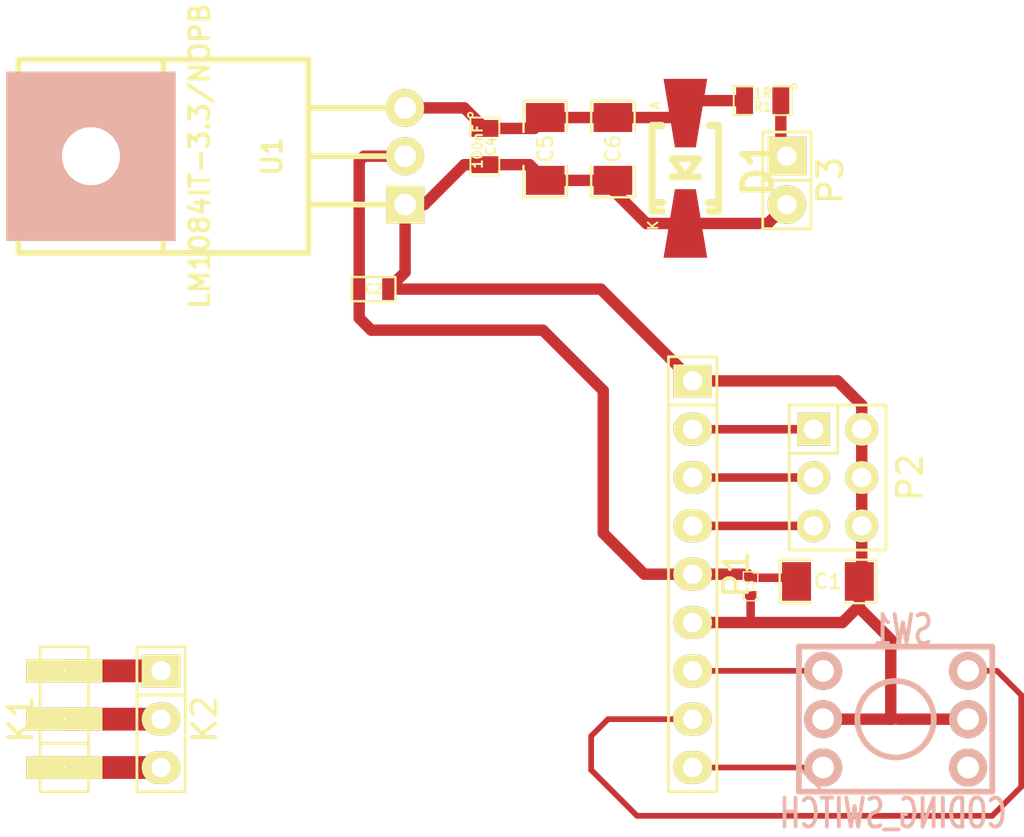
<source format=kicad_pcb>
(kicad_pcb (version 3) (host pcbnew "(2014-03-29 BZR 4777)-product")

  (general
    (links 35)
    (no_connects 1)
    (area 169.915115 50.946352 224.432001 140.9954)
    (thickness 1.6)
    (drawings 0)
    (tracks 76)
    (zones 0)
    (modules 15)
    (nets 15)
  )

  (page A4)
  (layers
    (15 F.Cu signal)
    (0 B.Cu signal)
    (16 B.Adhes user)
    (17 F.Adhes user)
    (18 B.Paste user)
    (19 F.Paste user)
    (20 B.SilkS user)
    (21 F.SilkS user)
    (22 B.Mask user)
    (23 F.Mask user)
    (24 Dwgs.User user)
    (25 Cmts.User user)
    (26 Eco1.User user)
    (27 Eco2.User user)
    (28 Edge.Cuts user)
  )

  (setup
    (last_trace_width 0.254)
    (user_trace_width 0.3)
    (user_trace_width 0.45)
    (user_trace_width 0.6)
    (user_trace_width 1.2)
    (trace_clearance 0.254)
    (zone_clearance 0)
    (zone_45_only no)
    (trace_min 0.254)
    (segment_width 0.2)
    (edge_width 0.15)
    (via_size 0.889)
    (via_drill 0.635)
    (via_min_size 0.889)
    (via_min_drill 0.508)
    (uvia_size 0.508)
    (uvia_drill 0.127)
    (uvias_allowed no)
    (uvia_min_size 0.508)
    (uvia_min_drill 0.127)
    (pcb_text_width 0.3)
    (pcb_text_size 1 1)
    (mod_edge_width 0.15)
    (mod_text_size 1 1)
    (mod_text_width 0.15)
    (pad_size 1.2 4)
    (pad_drill 0.1)
    (pad_to_mask_clearance 0)
    (aux_axis_origin 0 0)
    (visible_elements FFFFFF7F)
    (pcbplotparams
      (layerselection 32768)
      (usegerberextensions false)
      (excludeedgelayer true)
      (linewidth 0.100000)
      (plotframeref false)
      (viasonmask false)
      (mode 1)
      (useauxorigin false)
      (hpglpennumber 1)
      (hpglpenspeed 20)
      (hpglpendiameter 15)
      (hpglpenoverlay 2)
      (psnegative false)
      (psa4output false)
      (plotreference true)
      (plotvalue true)
      (plotothertext true)
      (plotinvisibletext false)
      (padsonsilk false)
      (subtractmaskfromsilk false)
      (outputformat 2)
      (mirror true)
      (drillshape 1)
      (scaleselection 1)
      (outputdirectory ""))
  )

  (net 0 "")
  (net 1 VCC)
  (net 2 GND)
  (net 3 "Net-(C4-Pad1)")
  (net 4 "Net-(K1-Pad1)")
  (net 5 "Net-(K1-Pad2)")
  (net 6 "Net-(K1-Pad3)")
  (net 7 "Net-(P1-Pad2)")
  (net 8 "Net-(P1-Pad3)")
  (net 9 "Net-(P1-Pad4)")
  (net 10 "Net-(P1-Pad7)")
  (net 11 "Net-(P1-Pad8)")
  (net 12 "Net-(P1-Pad9)")
  (net 13 "Net-(P3-Pad1)")
  (net 14 "Net-(SW1-Pad5)")

  (net_class Default "Dies ist die voreingestellte Netzklasse."
    (clearance 0.254)
    (trace_width 0.254)
    (via_dia 0.889)
    (via_drill 0.635)
    (uvia_dia 0.508)
    (uvia_drill 0.127)
    (add_net GND)
    (add_net "Net-(C4-Pad1)")
    (add_net "Net-(K1-Pad1)")
    (add_net "Net-(K1-Pad2)")
    (add_net "Net-(K1-Pad3)")
    (add_net "Net-(P1-Pad2)")
    (add_net "Net-(P1-Pad3)")
    (add_net "Net-(P1-Pad4)")
    (add_net "Net-(P1-Pad7)")
    (add_net "Net-(P1-Pad8)")
    (add_net "Net-(P1-Pad9)")
    (add_net "Net-(P3-Pad1)")
    (add_net "Net-(SW1-Pad5)")
    (add_net VCC)
  )

  (module SMD_Packages:SMD-1206 (layer F.Cu) (tedit 542DBF83) (tstamp 542DBFDC)
    (at 214.122 127.381)
    (path /542DB8D0)
    (attr smd)
    (fp_text reference C1 (at 0 0) (layer F.SilkS)
      (effects (font (size 0.762 0.762) (thickness 0.127)))
    )
    (fp_text value 100uF (at 0 0) (layer F.SilkS) hide
      (effects (font (size 0.762 0.762) (thickness 0.127)))
    )
    (fp_line (start -2.54 -1.143) (end -2.54 1.143) (layer F.SilkS) (width 0.127))
    (fp_line (start -2.54 1.143) (end -0.889 1.143) (layer F.SilkS) (width 0.127))
    (fp_line (start 0.889 -1.143) (end 2.54 -1.143) (layer F.SilkS) (width 0.127))
    (fp_line (start 2.54 -1.143) (end 2.54 1.143) (layer F.SilkS) (width 0.127))
    (fp_line (start 2.54 1.143) (end 0.889 1.143) (layer F.SilkS) (width 0.127))
    (fp_line (start -0.889 -1.143) (end -2.54 -1.143) (layer F.SilkS) (width 0.127))
    (pad 1 smd rect (at -1.651 0) (size 1.524 2.032) (layers F.Cu F.Paste F.Mask)
      (net 1 VCC))
    (pad 2 smd rect (at 1.651 0) (size 1.524 2.032) (layers F.Cu F.Paste F.Mask)
      (net 2 GND))
    (model smd/chip_cms.wrl
      (at (xyz 0 0 0))
      (scale (xyz 0.17 0.16 0.16))
      (rotate (xyz 0 0 0))
    )
  )

  (module SMD_Packages:SMD-0603 (layer F.Cu) (tedit 542DBF83) (tstamp 542DBFE6)
    (at 190.246 112.014)
    (path /542DB8BB)
    (attr smd)
    (fp_text reference C2 (at 0 0) (layer F.SilkS)
      (effects (font (size 0.508 0.4572) (thickness 0.1143)))
    )
    (fp_text value 1uF (at 0 0) (layer F.SilkS) hide
      (effects (font (size 0.508 0.4572) (thickness 0.1143)))
    )
    (fp_line (start -1.143 -0.635) (end 1.143 -0.635) (layer F.SilkS) (width 0.127))
    (fp_line (start 1.143 -0.635) (end 1.143 0.635) (layer F.SilkS) (width 0.127))
    (fp_line (start 1.143 0.635) (end -1.143 0.635) (layer F.SilkS) (width 0.127))
    (fp_line (start -1.143 0.635) (end -1.143 -0.635) (layer F.SilkS) (width 0.127))
    (pad 1 smd rect (at -0.762 0) (size 0.635 1.143) (layers F.Cu F.Paste F.Mask)
      (net 1 VCC))
    (pad 2 smd rect (at 0.762 0) (size 0.635 1.143) (layers F.Cu F.Paste F.Mask)
      (net 2 GND))
    (model smd\resistors\R0603.wrl
      (at (xyz 0 0 0.001))
      (scale (xyz 0.5 0.5 0.5))
      (rotate (xyz 0 0 0))
    )
  )

  (module SMD_Packages:SMD-0402 (layer F.Cu) (tedit 542DBF83) (tstamp 542DBFF2)
    (at 210.058 127.635 270)
    (path /542DB8B0)
    (attr smd)
    (fp_text reference C3 (at 0 0 270) (layer F.SilkS)
      (effects (font (size 0.35052 0.3048) (thickness 0.07112)))
    )
    (fp_text value 100nF (at 0.09906 0 270) (layer F.SilkS) hide
      (effects (font (size 0.35052 0.3048) (thickness 0.07112)))
    )
    (fp_line (start -0.254 -0.381) (end -0.762 -0.381) (layer F.SilkS) (width 0.07112))
    (fp_line (start -0.762 -0.381) (end -0.762 0.381) (layer F.SilkS) (width 0.07112))
    (fp_line (start -0.762 0.381) (end -0.254 0.381) (layer F.SilkS) (width 0.07112))
    (fp_line (start 0.254 -0.381) (end 0.762 -0.381) (layer F.SilkS) (width 0.07112))
    (fp_line (start 0.762 -0.381) (end 0.762 0.381) (layer F.SilkS) (width 0.07112))
    (fp_line (start 0.762 0.381) (end 0.254 0.381) (layer F.SilkS) (width 0.07112))
    (pad 1 smd rect (at -0.44958 0 270) (size 0.39878 0.59944) (layers F.Cu F.Paste F.Mask)
      (net 1 VCC))
    (pad 2 smd rect (at 0.44958 0 270) (size 0.39878 0.59944) (layers F.Cu F.Paste F.Mask)
      (net 2 GND))
    (model smd\chip_cms.wrl
      (at (xyz 0 0 0.002))
      (scale (xyz 0.05 0.05 0.05))
      (rotate (xyz 0 0 0))
    )
  )

  (module SMD_Packages:SMD-0805 (layer F.Cu) (tedit 542DBF83) (tstamp 542DBFFF)
    (at 196.088 104.521 270)
    (path /542DB817)
    (attr smd)
    (fp_text reference C4 (at 0 -0.3175 270) (layer F.SilkS)
      (effects (font (size 0.50038 0.50038) (thickness 0.10922)))
    )
    (fp_text value 100nF (at 0 0.381 270) (layer F.SilkS)
      (effects (font (size 0.50038 0.50038) (thickness 0.10922)))
    )
    (fp_circle (center -1.651 0.762) (end -1.651 0.635) (layer F.SilkS) (width 0.09906))
    (fp_line (start -0.508 0.762) (end -1.524 0.762) (layer F.SilkS) (width 0.09906))
    (fp_line (start -1.524 0.762) (end -1.524 -0.762) (layer F.SilkS) (width 0.09906))
    (fp_line (start -1.524 -0.762) (end -0.508 -0.762) (layer F.SilkS) (width 0.09906))
    (fp_line (start 0.508 -0.762) (end 1.524 -0.762) (layer F.SilkS) (width 0.09906))
    (fp_line (start 1.524 -0.762) (end 1.524 0.762) (layer F.SilkS) (width 0.09906))
    (fp_line (start 1.524 0.762) (end 0.508 0.762) (layer F.SilkS) (width 0.09906))
    (pad 1 smd rect (at -0.9525 0 270) (size 0.889 1.397) (layers F.Cu F.Paste F.Mask)
      (net 3 "Net-(C4-Pad1)"))
    (pad 2 smd rect (at 0.9525 0 270) (size 0.889 1.397) (layers F.Cu F.Paste F.Mask)
      (net 2 GND))
    (model smd/chip_cms.wrl
      (at (xyz 0 0 0))
      (scale (xyz 0.1 0.1 0.1))
      (rotate (xyz 0 0 0))
    )
  )

  (module SMD_Packages:SMD-1206 (layer F.Cu) (tedit 542DBF83) (tstamp 542DC00B)
    (at 199.263 104.648 270)
    (path /542DB833)
    (attr smd)
    (fp_text reference C5 (at 0 0 270) (layer F.SilkS)
      (effects (font (size 0.762 0.762) (thickness 0.127)))
    )
    (fp_text value 1uF (at 0 0 270) (layer F.SilkS) hide
      (effects (font (size 0.762 0.762) (thickness 0.127)))
    )
    (fp_line (start -2.54 -1.143) (end -2.54 1.143) (layer F.SilkS) (width 0.127))
    (fp_line (start -2.54 1.143) (end -0.889 1.143) (layer F.SilkS) (width 0.127))
    (fp_line (start 0.889 -1.143) (end 2.54 -1.143) (layer F.SilkS) (width 0.127))
    (fp_line (start 2.54 -1.143) (end 2.54 1.143) (layer F.SilkS) (width 0.127))
    (fp_line (start 2.54 1.143) (end 0.889 1.143) (layer F.SilkS) (width 0.127))
    (fp_line (start -0.889 -1.143) (end -2.54 -1.143) (layer F.SilkS) (width 0.127))
    (pad 1 smd rect (at -1.651 0 270) (size 1.524 2.032) (layers F.Cu F.Paste F.Mask)
      (net 3 "Net-(C4-Pad1)"))
    (pad 2 smd rect (at 1.651 0 270) (size 1.524 2.032) (layers F.Cu F.Paste F.Mask)
      (net 2 GND))
    (model smd/chip_cms.wrl
      (at (xyz 0 0 0))
      (scale (xyz 0.17 0.16 0.16))
      (rotate (xyz 0 0 0))
    )
  )

  (module SMD_Packages:SMD-1206 (layer F.Cu) (tedit 542DBF83) (tstamp 542DC017)
    (at 202.819 104.648 270)
    (path /542DB83E)
    (attr smd)
    (fp_text reference C6 (at 0 0 270) (layer F.SilkS)
      (effects (font (size 0.762 0.762) (thickness 0.127)))
    )
    (fp_text value 100uF (at 0 0 270) (layer F.SilkS) hide
      (effects (font (size 0.762 0.762) (thickness 0.127)))
    )
    (fp_line (start -2.54 -1.143) (end -2.54 1.143) (layer F.SilkS) (width 0.127))
    (fp_line (start -2.54 1.143) (end -0.889 1.143) (layer F.SilkS) (width 0.127))
    (fp_line (start 0.889 -1.143) (end 2.54 -1.143) (layer F.SilkS) (width 0.127))
    (fp_line (start 2.54 -1.143) (end 2.54 1.143) (layer F.SilkS) (width 0.127))
    (fp_line (start 2.54 1.143) (end 0.889 1.143) (layer F.SilkS) (width 0.127))
    (fp_line (start -0.889 -1.143) (end -2.54 -1.143) (layer F.SilkS) (width 0.127))
    (pad 1 smd rect (at -1.651 0 270) (size 1.524 2.032) (layers F.Cu F.Paste F.Mask)
      (net 3 "Net-(C4-Pad1)"))
    (pad 2 smd rect (at 1.651 0 270) (size 1.524 2.032) (layers F.Cu F.Paste F.Mask)
      (net 2 GND))
    (model smd/chip_cms.wrl
      (at (xyz 0 0 0))
      (scale (xyz 0.17 0.16 0.16))
      (rotate (xyz 0 0 0))
    )
  )

  (module Diodes_SMD:Diode-Universal-SMA-SMB_Handsoldering (layer F.Cu) (tedit 5403E51A) (tstamp 542DC031)
    (at 206.629 105.664 270)
    (descr "Diode, Universal, SMA, SMB, Handsoldering,")
    (tags "Diode, Universal, SMA, SMB, Handsoldering,")
    (path /542DB929)
    (attr smd)
    (fp_text reference D1 (at 0 -3.81 270) (layer F.SilkS)
      (effects (font (thickness 0.3048)))
    )
    (fp_text value TVS (at 0 3.81 270) (layer F.SilkS) hide
      (effects (font (thickness 0.3048)))
    )
    (fp_line (start 0.44958 0) (end -0.50038 -0.70104) (layer F.SilkS) (width 0.381))
    (fp_line (start -0.50038 -0.70104) (end -0.50038 0.70104) (layer F.SilkS) (width 0.381))
    (fp_line (start -0.50038 0.70104) (end 0.44958 0) (layer F.SilkS) (width 0.381))
    (fp_line (start 0.44958 -0.70104) (end 0.44958 0.70104) (layer F.SilkS) (width 0.381))
    (fp_line (start -2.25044 1.39954) (end -2.25044 1.24968) (layer F.SilkS) (width 0.381))
    (fp_line (start -2.25044 -1.39954) (end -2.25044 -1.24968) (layer F.SilkS) (width 0.381))
    (fp_line (start 1.80086 1.39954) (end 1.80086 1.19888) (layer F.SilkS) (width 0.381))
    (fp_line (start 2.25044 1.34874) (end 2.25044 1.24968) (layer F.SilkS) (width 0.381))
    (fp_line (start 1.80086 -1.34874) (end 1.80086 -1.19888) (layer F.SilkS) (width 0.381))
    (fp_line (start 2.25044 -1.39954) (end 2.25044 -1.24968) (layer F.SilkS) (width 0.381))
    (fp_text user A (at -3.29946 1.6002 270) (layer F.SilkS)
      (effects (font (size 0.50038 0.50038) (thickness 0.09906)))
    )
    (fp_text user K (at 2.99974 1.69926 270) (layer F.SilkS)
      (effects (font (size 0.50038 0.50038) (thickness 0.09906)))
    )
    (fp_line (start 1.80086 1.75006) (end 1.80086 1.39954) (layer F.SilkS) (width 0.381))
    (fp_line (start 1.80086 -1.75006) (end 1.80086 -1.39954) (layer F.SilkS) (width 0.381))
    (fp_line (start 2.25044 1.75006) (end 2.25044 1.39954) (layer F.SilkS) (width 0.381))
    (fp_line (start -2.25044 1.75006) (end -2.25044 1.39954) (layer F.SilkS) (width 0.381))
    (fp_line (start -2.25044 -1.75006) (end -2.25044 -1.39954) (layer F.SilkS) (width 0.381))
    (fp_line (start 2.25044 -1.75006) (end 2.25044 -1.39954) (layer F.SilkS) (width 0.381))
    (fp_line (start -2.25044 1.75006) (end 2.25044 1.75006) (layer F.SilkS) (width 0.381))
    (fp_line (start -2.25044 -1.75006) (end 2.25044 -1.75006) (layer F.SilkS) (width 0.381))
    (pad 1 smd trapezoid (at -2.90068 0 270) (size 3.60172 1.69926) (rect_delta 0.59944 0 ) (layers F.Cu F.Paste F.Mask)
      (net 3 "Net-(C4-Pad1)"))
    (pad 2 smd trapezoid (at 2.90068 0 90) (size 3.60172 1.69926) (rect_delta 0.59944 0 ) (layers F.Cu F.Paste F.Mask)
      (net 2 GND))
    (model smd/do214.wrl
      (at (xyz 0 0 0))
      (scale (xyz 1 1 1))
      (rotate (xyz 0 0 0))
    )
  )

  (module Pin_Headers:Pin_Header_Straight_1x03 (layer F.Cu) (tedit 542DC3F2) (tstamp 542DC03F)
    (at 173.99 134.62 90)
    (descr "Through hole pin header")
    (tags "pin header")
    (path /542DB13A)
    (fp_text reference K1 (at 0 -2.286 90) (layer F.SilkS)
      (effects (font (size 1.27 1.27) (thickness 0.2032)))
    )
    (fp_text value CONN_3 (at 0 0 90) (layer F.SilkS) hide
      (effects (font (size 1.27 1.27) (thickness 0.2032)))
    )
    (fp_line (start -1.27 1.27) (end 3.81 1.27) (layer F.SilkS) (width 0.15))
    (fp_line (start 3.81 1.27) (end 3.81 -1.27) (layer F.SilkS) (width 0.15))
    (fp_line (start 3.81 -1.27) (end -1.27 -1.27) (layer F.SilkS) (width 0.15))
    (fp_line (start -3.81 -1.27) (end -1.27 -1.27) (layer F.SilkS) (width 0.15))
    (fp_line (start -1.27 -1.27) (end -1.27 1.27) (layer F.SilkS) (width 0.15))
    (fp_line (start -3.81 -1.27) (end -3.81 1.27) (layer F.SilkS) (width 0.15))
    (fp_line (start -3.81 1.27) (end -1.27 1.27) (layer F.SilkS) (width 0.15))
    (pad 1 thru_hole rect (at -2.54 0 90) (size 1.2 4) (drill 0.1) (layers *.Cu *.Mask F.SilkS)
      (net 4 "Net-(K1-Pad1)"))
    (pad 2 thru_hole rect (at 0 0 90) (size 1.2 4) (drill 0.1) (layers *.Cu *.Mask F.SilkS)
      (net 5 "Net-(K1-Pad2)"))
    (pad 3 thru_hole rect (at 2.54 0 90) (size 1.2 4) (drill 0.1) (layers *.Cu *.Mask F.SilkS)
      (net 6 "Net-(K1-Pad3)"))
    (model Pin_Headers/Pin_Header_Straight_1x03.wrl
      (at (xyz 0 0 0))
      (scale (xyz 1 1 1))
      (rotate (xyz 0 0 0))
    )
  )

  (module Pin_Headers:Pin_Header_Straight_1x03 (layer F.Cu) (tedit 542DBF85) (tstamp 542DC04D)
    (at 179.07 134.62 270)
    (descr "Through hole pin header")
    (tags "pin header")
    (path /542DB114)
    (fp_text reference K2 (at 0 -2.286 270) (layer F.SilkS)
      (effects (font (size 1.27 1.27) (thickness 0.2032)))
    )
    (fp_text value CONN_3 (at 0 0 270) (layer F.SilkS) hide
      (effects (font (size 1.27 1.27) (thickness 0.2032)))
    )
    (fp_line (start -1.27 1.27) (end 3.81 1.27) (layer F.SilkS) (width 0.15))
    (fp_line (start 3.81 1.27) (end 3.81 -1.27) (layer F.SilkS) (width 0.15))
    (fp_line (start 3.81 -1.27) (end -1.27 -1.27) (layer F.SilkS) (width 0.15))
    (fp_line (start -3.81 -1.27) (end -1.27 -1.27) (layer F.SilkS) (width 0.15))
    (fp_line (start -1.27 -1.27) (end -1.27 1.27) (layer F.SilkS) (width 0.15))
    (fp_line (start -3.81 -1.27) (end -3.81 1.27) (layer F.SilkS) (width 0.15))
    (fp_line (start -3.81 1.27) (end -1.27 1.27) (layer F.SilkS) (width 0.15))
    (pad 1 thru_hole rect (at -2.54 0 270) (size 1.7272 2.032) (drill 1.016) (layers *.Cu *.Mask F.SilkS)
      (net 6 "Net-(K1-Pad3)"))
    (pad 2 thru_hole oval (at 0 0 270) (size 1.7272 2.032) (drill 1.016) (layers *.Cu *.Mask F.SilkS)
      (net 5 "Net-(K1-Pad2)"))
    (pad 3 thru_hole oval (at 2.54 0 270) (size 1.7272 2.032) (drill 1.016) (layers *.Cu *.Mask F.SilkS)
      (net 4 "Net-(K1-Pad1)"))
    (model Pin_Headers/Pin_Header_Straight_1x03.wrl
      (at (xyz 0 0 0))
      (scale (xyz 1 1 1))
      (rotate (xyz 0 0 0))
    )
  )

  (module Pin_Headers:Pin_Header_Straight_1x09 (layer F.Cu) (tedit 542DBF85) (tstamp 542DC061)
    (at 207.01 127 270)
    (descr "Through hole pin header")
    (tags "pin header")
    (path /542DB100)
    (fp_text reference P1 (at 0 -2.286 270) (layer F.SilkS)
      (effects (font (size 1.27 1.27) (thickness 0.2032)))
    )
    (fp_text value CONN_9 (at 0 0 270) (layer F.SilkS) hide
      (effects (font (size 1.27 1.27) (thickness 0.2032)))
    )
    (fp_line (start -8.89 -1.27) (end 11.43 -1.27) (layer F.SilkS) (width 0.15))
    (fp_line (start 11.43 -1.27) (end 11.43 1.27) (layer F.SilkS) (width 0.15))
    (fp_line (start 11.43 1.27) (end -8.89 1.27) (layer F.SilkS) (width 0.15))
    (fp_line (start -11.43 -1.27) (end -8.89 -1.27) (layer F.SilkS) (width 0.15))
    (fp_line (start -8.89 -1.27) (end -8.89 1.27) (layer F.SilkS) (width 0.15))
    (fp_line (start -11.43 -1.27) (end -11.43 1.27) (layer F.SilkS) (width 0.15))
    (fp_line (start -11.43 1.27) (end -8.89 1.27) (layer F.SilkS) (width 0.15))
    (pad 1 thru_hole rect (at -10.16 0 270) (size 1.7272 2.032) (drill 1.016) (layers *.Cu *.Mask F.SilkS)
      (net 2 GND))
    (pad 2 thru_hole oval (at -7.62 0 270) (size 1.7272 2.032) (drill 1.016) (layers *.Cu *.Mask F.SilkS)
      (net 7 "Net-(P1-Pad2)"))
    (pad 3 thru_hole oval (at -5.08 0 270) (size 1.7272 2.032) (drill 1.016) (layers *.Cu *.Mask F.SilkS)
      (net 8 "Net-(P1-Pad3)"))
    (pad 4 thru_hole oval (at -2.54 0 270) (size 1.7272 2.032) (drill 1.016) (layers *.Cu *.Mask F.SilkS)
      (net 9 "Net-(P1-Pad4)"))
    (pad 5 thru_hole oval (at 0 0 270) (size 1.7272 2.032) (drill 1.016) (layers *.Cu *.Mask F.SilkS)
      (net 1 VCC))
    (pad 6 thru_hole oval (at 2.54 0 270) (size 1.7272 2.032) (drill 1.016) (layers *.Cu *.Mask F.SilkS)
      (net 2 GND))
    (pad 7 thru_hole oval (at 5.08 0 270) (size 1.7272 2.032) (drill 1.016) (layers *.Cu *.Mask F.SilkS)
      (net 10 "Net-(P1-Pad7)"))
    (pad 8 thru_hole oval (at 7.62 0 270) (size 1.7272 2.032) (drill 1.016) (layers *.Cu *.Mask F.SilkS)
      (net 11 "Net-(P1-Pad8)"))
    (pad 9 thru_hole oval (at 10.16 0 270) (size 1.7272 2.032) (drill 1.016) (layers *.Cu *.Mask F.SilkS)
      (net 12 "Net-(P1-Pad9)"))
    (model Pin_Headers/Pin_Header_Straight_1x09.wrl
      (at (xyz 0 0 0))
      (scale (xyz 1 1 1))
      (rotate (xyz 0 0 0))
    )
  )

  (module Pin_Headers:Pin_Header_Straight_2x03 (layer F.Cu) (tedit 542DBF85) (tstamp 542DC073)
    (at 214.63 121.92 270)
    (descr "Through hole pin header")
    (tags "pin header")
    (path /542DB6E5)
    (fp_text reference P2 (at 0 -3.81 270) (layer F.SilkS)
      (effects (font (size 1.27 1.27) (thickness 0.2032)))
    )
    (fp_text value CONN_3X2 (at 0 0 270) (layer F.SilkS) hide
      (effects (font (size 1.27 1.27) (thickness 0.2032)))
    )
    (fp_line (start -3.81 0) (end -1.27 0) (layer F.SilkS) (width 0.15))
    (fp_line (start -1.27 0) (end -1.27 2.54) (layer F.SilkS) (width 0.15))
    (fp_line (start -3.81 2.54) (end 3.81 2.54) (layer F.SilkS) (width 0.15))
    (fp_line (start 3.81 2.54) (end 3.81 -2.54) (layer F.SilkS) (width 0.15))
    (fp_line (start 3.81 -2.54) (end -1.27 -2.54) (layer F.SilkS) (width 0.15))
    (fp_line (start -3.81 2.54) (end -3.81 0) (layer F.SilkS) (width 0.15))
    (fp_line (start -3.81 -2.54) (end -3.81 0) (layer F.SilkS) (width 0.15))
    (fp_line (start -1.27 -2.54) (end -3.81 -2.54) (layer F.SilkS) (width 0.15))
    (pad 1 thru_hole rect (at -2.54 1.27 270) (size 1.7272 1.7272) (drill 1.016) (layers *.Cu *.Mask F.SilkS)
      (net 7 "Net-(P1-Pad2)"))
    (pad 2 thru_hole oval (at -2.54 -1.27 270) (size 1.7272 1.7272) (drill 1.016) (layers *.Cu *.Mask F.SilkS)
      (net 2 GND))
    (pad 3 thru_hole oval (at 0 1.27 270) (size 1.7272 1.7272) (drill 1.016) (layers *.Cu *.Mask F.SilkS)
      (net 8 "Net-(P1-Pad3)"))
    (pad 4 thru_hole oval (at 0 -1.27 270) (size 1.7272 1.7272) (drill 1.016) (layers *.Cu *.Mask F.SilkS)
      (net 2 GND))
    (pad 5 thru_hole oval (at 2.54 1.27 270) (size 1.7272 1.7272) (drill 1.016) (layers *.Cu *.Mask F.SilkS)
      (net 9 "Net-(P1-Pad4)"))
    (pad 6 thru_hole oval (at 2.54 -1.27 270) (size 1.7272 1.7272) (drill 1.016) (layers *.Cu *.Mask F.SilkS)
      (net 2 GND))
    (model Pin_Headers/Pin_Header_Straight_2x03.wrl
      (at (xyz 0 0 0))
      (scale (xyz 1 1 1))
      (rotate (xyz 0 0 0))
    )
  )

  (module Pin_Headers:Pin_Header_Straight_1x02 (layer F.Cu) (tedit 542DBF85) (tstamp 542DC07F)
    (at 211.963 106.299 270)
    (descr "Through hole pin header")
    (tags "pin header")
    (path /542DB95D)
    (fp_text reference P3 (at 0 -2.286 270) (layer F.SilkS)
      (effects (font (size 1.27 1.27) (thickness 0.2032)))
    )
    (fp_text value CONN_2 (at 0 0 270) (layer F.SilkS) hide
      (effects (font (size 1.27 1.27) (thickness 0.2032)))
    )
    (fp_line (start 0 -1.27) (end 0 1.27) (layer F.SilkS) (width 0.15))
    (fp_line (start -2.54 -1.27) (end -2.54 1.27) (layer F.SilkS) (width 0.15))
    (fp_line (start -2.54 1.27) (end 0 1.27) (layer F.SilkS) (width 0.15))
    (fp_line (start 0 1.27) (end 2.54 1.27) (layer F.SilkS) (width 0.15))
    (fp_line (start 2.54 1.27) (end 2.54 -1.27) (layer F.SilkS) (width 0.15))
    (fp_line (start 2.54 -1.27) (end -2.54 -1.27) (layer F.SilkS) (width 0.15))
    (pad 1 thru_hole rect (at -1.27 0 270) (size 2.032 2.032) (drill 1.016) (layers *.Cu *.Mask F.SilkS)
      (net 13 "Net-(P3-Pad1)"))
    (pad 2 thru_hole oval (at 1.27 0 270) (size 2.032 2.032) (drill 1.016) (layers *.Cu *.Mask F.SilkS)
      (net 2 GND))
    (model Pin_Headers/Pin_Header_Straight_1x02.wrl
      (at (xyz 0 0 0))
      (scale (xyz 1 1 1))
      (rotate (xyz 0 0 0))
    )
  )

  (module SMD_Packages:SMD-0805 (layer F.Cu) (tedit 542DBF83) (tstamp 542DC08C)
    (at 210.693 102.108 180)
    (path /542DB7FE)
    (attr smd)
    (fp_text reference R1 (at 0 -0.3175 180) (layer F.SilkS)
      (effects (font (size 0.50038 0.50038) (thickness 0.10922)))
    )
    (fp_text value 1R (at 0 0.381 180) (layer F.SilkS)
      (effects (font (size 0.50038 0.50038) (thickness 0.10922)))
    )
    (fp_circle (center -1.651 0.762) (end -1.651 0.635) (layer F.SilkS) (width 0.09906))
    (fp_line (start -0.508 0.762) (end -1.524 0.762) (layer F.SilkS) (width 0.09906))
    (fp_line (start -1.524 0.762) (end -1.524 -0.762) (layer F.SilkS) (width 0.09906))
    (fp_line (start -1.524 -0.762) (end -0.508 -0.762) (layer F.SilkS) (width 0.09906))
    (fp_line (start 0.508 -0.762) (end 1.524 -0.762) (layer F.SilkS) (width 0.09906))
    (fp_line (start 1.524 -0.762) (end 1.524 0.762) (layer F.SilkS) (width 0.09906))
    (fp_line (start 1.524 0.762) (end 0.508 0.762) (layer F.SilkS) (width 0.09906))
    (pad 1 smd rect (at -0.9525 0 180) (size 0.889 1.397) (layers F.Cu F.Paste F.Mask)
      (net 13 "Net-(P3-Pad1)"))
    (pad 2 smd rect (at 0.9525 0 180) (size 0.889 1.397) (layers F.Cu F.Paste F.Mask)
      (net 3 "Net-(C4-Pad1)"))
    (model smd/chip_cms.wrl
      (at (xyz 0 0 0))
      (scale (xyz 0.1 0.1 0.1))
      (rotate (xyz 0 0 0))
    )
  )

  (module Toni:KDR_10 (layer B.Cu) (tedit 542D94E8) (tstamp 542DC09D)
    (at 217.678 134.62)
    (descr "Bouton poussoir KSA")
    (tags "SWITCH DEV")
    (path /542DB54F)
    (fp_text reference SW1 (at 0.381 -4.699) (layer B.SilkS)
      (effects (font (size 1.524 1.016) (thickness 0.2032)) (justify mirror))
    )
    (fp_text value CODING_SWITCH (at -0.127 4.953) (layer B.SilkS)
      (effects (font (size 1.524 1.016) (thickness 0.2032)) (justify mirror))
    )
    (fp_line (start -5.08 2.54) (end -3.81 3.81) (layer B.SilkS) (width 0.15))
    (fp_line (start -3.81 -3.81) (end 5.08 -3.81) (layer B.SilkS) (width 0.3048))
    (fp_line (start 5.08 -3.81) (end 5.08 3.81) (layer B.SilkS) (width 0.3048))
    (fp_line (start 5.08 3.81) (end -5.08 3.81) (layer B.SilkS) (width 0.3048))
    (fp_line (start -5.08 3.81) (end -5.08 -3.81) (layer B.SilkS) (width 0.3048))
    (fp_line (start -5.08 -3.81) (end -3.81 -3.81) (layer B.SilkS) (width 0.3048))
    (fp_circle (center 0 0) (end 1.905 -0.635) (layer B.SilkS) (width 0.3048))
    (pad 5 thru_hole circle (at 3.81 2.54) (size 2 2) (drill 1.143) (layers *.Cu *.Mask B.SilkS)
      (net 14 "Net-(SW1-Pad5)"))
    (pad 3 thru_hole circle (at 3.81 -2.54) (size 2 2) (drill 1.143) (layers *.Cu *.Mask B.SilkS)
      (net 11 "Net-(P1-Pad8)"))
    (pad 4 thru_hole circle (at -3.81 -2.54) (size 2 2) (drill 1.143) (layers *.Cu *.Mask B.SilkS)
      (net 10 "Net-(P1-Pad7)"))
    (pad 1 thru_hole circle (at -3.81 0) (size 2 2) (drill 1.143) (layers *.Cu *.Mask B.SilkS)
      (net 2 GND))
    (pad 2 thru_hole circle (at -3.81 2.54) (size 2 2) (drill 1.143) (layers *.Cu *.Mask B.SilkS)
      (net 12 "Net-(P1-Pad9)"))
    (pad 1 thru_hole circle (at 3.81 0) (size 2 2) (drill 1.143) (layers *.Cu *.Mask B.SilkS)
      (net 2 GND))
  )

  (module Toni:TO220_123 (layer F.Cu) (tedit 542DBF4A) (tstamp 542DC0AE)
    (at 191.897 105.029 180)
    (descr "Transistor TO 220")
    (tags "TR TO220 DEV")
    (path /542DB7CF)
    (fp_text reference U1 (at 6.985 0 270) (layer F.SilkS)
      (effects (font (size 1.016 1.016) (thickness 0.2032)))
    )
    (fp_text value LM1084IT-3.3/NOPB (at 10.795 0 270) (layer F.SilkS)
      (effects (font (size 1.016 1.016) (thickness 0.2032)))
    )
    (fp_line (start 0 -2.54) (end 5.08 -2.54) (layer F.SilkS) (width 0.3048))
    (fp_line (start 0 0) (end 5.08 0) (layer F.SilkS) (width 0.3048))
    (fp_line (start 0 2.54) (end 5.08 2.54) (layer F.SilkS) (width 0.3048))
    (fp_line (start 5.08 5.08) (end 20.32 5.08) (layer F.SilkS) (width 0.3048))
    (fp_line (start 20.32 5.08) (end 20.32 -5.08) (layer F.SilkS) (width 0.3048))
    (fp_line (start 20.32 -5.08) (end 5.08 -5.08) (layer F.SilkS) (width 0.3048))
    (fp_line (start 5.08 -5.08) (end 5.08 5.08) (layer F.SilkS) (width 0.3048))
    (fp_line (start 12.7 3.81) (end 12.7 -5.08) (layer F.SilkS) (width 0.3048))
    (fp_line (start 12.7 3.81) (end 12.7 5.08) (layer F.SilkS) (width 0.3048))
    (pad 3 thru_hole circle (at 0 2.54 180) (size 2 2) (drill 1.143) (layers *.Cu *.Mask F.SilkS)
      (net 3 "Net-(C4-Pad1)"))
    (pad 1 thru_hole rect (at 0 -2.54 180) (size 2 2) (drill 1.143) (layers *.Cu *.Mask F.SilkS)
      (net 2 GND))
    (pad 2 thru_hole circle (at 0 0 180) (size 2 2) (drill 1.143) (layers *.Cu *.Mask F.SilkS)
      (net 1 VCC))
    (pad 2 thru_hole rect (at 16.51 0 180) (size 8.89 8.89) (drill 3.048) (layers *.Cu *.SilkS *.Mask)
      (net 1 VCC))
    (model discret/to220_horiz.wrl
      (at (xyz 0 0 0))
      (scale (xyz 1 1 1))
      (rotate (xyz 0 0 0))
    )
  )

  (segment (start 210.058 127.18542) (end 212.27542 127.18542) (width 0.45) (layer F.Cu) (net 1))
  (segment (start 212.27542 127.18542) (end 212.471 127.381) (width 0.45) (layer F.Cu) (net 1) (tstamp 542DC7BC))
  (segment (start 189.484 112.014) (end 189.484 113.538) (width 0.6) (layer F.Cu) (net 1))
  (segment (start 204.47 127) (end 207.01 127) (width 0.6) (layer F.Cu) (net 1) (tstamp 542DC7A5))
  (segment (start 202.311 124.841) (end 204.47 127) (width 0.6) (layer F.Cu) (net 1) (tstamp 542DC7A3))
  (segment (start 202.311 117.348) (end 202.311 124.841) (width 0.6) (layer F.Cu) (net 1) (tstamp 542DC7A1))
  (segment (start 199.136 114.173) (end 202.311 117.348) (width 0.6) (layer F.Cu) (net 1) (tstamp 542DC79F))
  (segment (start 190.119 114.173) (end 199.136 114.173) (width 0.6) (layer F.Cu) (net 1) (tstamp 542DC79D))
  (segment (start 189.484 113.538) (end 190.119 114.173) (width 0.6) (layer F.Cu) (net 1) (tstamp 542DC77E))
  (segment (start 191.897 105.029) (end 189.738 105.029) (width 0.6) (layer F.Cu) (net 1))
  (segment (start 189.484 105.283) (end 189.484 112.014) (width 0.6) (layer F.Cu) (net 1) (tstamp 542DC748))
  (segment (start 189.738 105.029) (end 189.484 105.283) (width 0.6) (layer F.Cu) (net 1) (tstamp 542DC747))
  (segment (start 207.01 127) (end 209.87258 127) (width 0.6) (layer F.Cu) (net 1))
  (segment (start 209.87258 127) (end 210.058 127.18542) (width 0.3) (layer F.Cu) (net 1) (tstamp 542DC6EF))
  (segment (start 215.9 124.46) (end 215.9 127.254) (width 0.6) (layer F.Cu) (net 2))
  (segment (start 215.9 127.254) (end 215.773 127.381) (width 0.45) (layer F.Cu) (net 2) (tstamp 542DC7F4))
  (segment (start 215.773 128.778) (end 217.424 130.429) (width 0.6) (layer F.Cu) (net 2))
  (segment (start 217.424 134.62) (end 217.551 134.62) (width 0.45) (layer F.Cu) (net 2) (tstamp 542DC7EB))
  (segment (start 217.424 130.429) (end 217.424 134.62) (width 0.6) (layer F.Cu) (net 2) (tstamp 542DC7EA))
  (segment (start 210.058 129.54) (end 214.884 129.54) (width 0.6) (layer F.Cu) (net 2))
  (segment (start 215.773 128.651) (end 215.773 128.778) (width 0.45) (layer F.Cu) (net 2) (tstamp 542DC7C6))
  (segment (start 215.773 128.778) (end 215.773 127.381) (width 0.6) (layer F.Cu) (net 2) (tstamp 542DC7E8))
  (segment (start 214.884 129.54) (end 215.773 128.651) (width 0.6) (layer F.Cu) (net 2) (tstamp 542DC7C4))
  (segment (start 191.008 112.014) (end 202.184 112.014) (width 0.6) (layer F.Cu) (net 2))
  (segment (start 202.184 112.014) (end 207.01 116.84) (width 0.6) (layer F.Cu) (net 2) (tstamp 542DC77A))
  (segment (start 191.897 107.569) (end 191.897 111.125) (width 0.6) (layer F.Cu) (net 2))
  (segment (start 191.897 111.125) (end 191.008 112.014) (width 0.6) (layer F.Cu) (net 2) (tstamp 542DC777))
  (segment (start 191.897 107.569) (end 192.913 107.569) (width 0.6) (layer F.Cu) (net 2))
  (segment (start 195.0085 105.4735) (end 196.088 105.4735) (width 0.6) (layer F.Cu) (net 2) (tstamp 542DC72B))
  (segment (start 192.913 107.569) (end 195.0085 105.4735) (width 0.6) (layer F.Cu) (net 2) (tstamp 542DC72A))
  (segment (start 196.088 105.4735) (end 198.4375 105.4735) (width 0.6) (layer F.Cu) (net 2))
  (segment (start 198.4375 105.4735) (end 199.263 106.299) (width 0.6) (layer F.Cu) (net 2) (tstamp 542DC727))
  (segment (start 206.629 108.56468) (end 210.96732 108.56468) (width 0.6) (layer F.Cu) (net 2))
  (segment (start 210.96732 108.56468) (end 211.963 107.569) (width 0.6) (layer F.Cu) (net 2) (tstamp 542DC719))
  (segment (start 202.819 106.299) (end 202.819 106.807) (width 0.3) (layer F.Cu) (net 2))
  (segment (start 202.819 106.807) (end 204.57668 108.56468) (width 0.6) (layer F.Cu) (net 2) (tstamp 542DC714))
  (segment (start 204.57668 108.56468) (end 206.629 108.56468) (width 0.6) (layer F.Cu) (net 2) (tstamp 542DC715))
  (segment (start 199.263 106.299) (end 202.819 106.299) (width 0.6) (layer F.Cu) (net 2))
  (segment (start 210.058 128.08458) (end 210.058 129.54) (width 0.45) (layer F.Cu) (net 2))
  (segment (start 207.01 129.54) (end 210.058 129.54) (width 0.6) (layer F.Cu) (net 2))
  (segment (start 213.868 134.62) (end 217.551 134.62) (width 0.6) (layer F.Cu) (net 2))
  (segment (start 217.551 134.62) (end 217.805 134.62) (width 0.3) (layer F.Cu) (net 2) (tstamp 542DC7EE))
  (segment (start 217.805 134.62) (end 221.488 134.62) (width 0.6) (layer F.Cu) (net 2) (tstamp 542DC6A9))
  (segment (start 214.63 116.84) (end 215.9 118.11) (width 0.6) (layer F.Cu) (net 2) (tstamp 542DC45C))
  (segment (start 207.01 116.84) (end 214.63 116.84) (width 0.6) (layer F.Cu) (net 2))
  (segment (start 215.9 118.11) (end 215.9 119.38) (width 0.6) (layer F.Cu) (net 2) (tstamp 542DC45E))
  (segment (start 215.9 121.92) (end 215.9 119.38) (width 0.6) (layer F.Cu) (net 2))
  (segment (start 215.9 124.46) (end 215.9 121.92) (width 0.6) (layer F.Cu) (net 2))
  (segment (start 191.897 102.489) (end 195.0085 102.489) (width 0.6) (layer F.Cu) (net 3))
  (segment (start 195.0085 102.489) (end 196.088 103.5685) (width 0.6) (layer F.Cu) (net 3) (tstamp 542DC71F))
  (segment (start 196.088 103.5685) (end 198.6915 103.5685) (width 0.6) (layer F.Cu) (net 3))
  (segment (start 198.6915 103.5685) (end 199.263 102.997) (width 0.6) (layer F.Cu) (net 3) (tstamp 542DC71C))
  (segment (start 202.819 102.997) (end 199.263 102.997) (width 0.6) (layer F.Cu) (net 3))
  (segment (start 202.819 102.997) (end 206.39532 102.997) (width 0.6) (layer F.Cu) (net 3))
  (segment (start 206.39532 102.997) (end 206.629 102.76332) (width 0.3) (layer F.Cu) (net 3) (tstamp 542DC70D))
  (segment (start 209.7405 102.108) (end 207.28432 102.108) (width 0.6) (layer F.Cu) (net 3))
  (segment (start 207.28432 102.108) (end 206.629 102.76332) (width 0.3) (layer F.Cu) (net 3) (tstamp 542DC709))
  (segment (start 173.99 137.16) (end 179.07 137.16) (width 1.2) (layer F.Cu) (net 4))
  (segment (start 173.99 134.62) (end 179.07 134.62) (width 1.2) (layer F.Cu) (net 5))
  (segment (start 179.07 132.08) (end 173.99 132.08) (width 1.2) (layer F.Cu) (net 6))
  (segment (start 207.01 119.38) (end 213.36 119.38) (width 0.45) (layer F.Cu) (net 7))
  (segment (start 213.36 121.92) (end 207.01 121.92) (width 0.45) (layer F.Cu) (net 8))
  (segment (start 207.01 124.46) (end 213.36 124.46) (width 0.45) (layer F.Cu) (net 9))
  (segment (start 207.01 132.08) (end 213.868 132.08) (width 0.3) (layer F.Cu) (net 10))
  (segment (start 207.01 134.62) (end 202.565 134.62) (width 0.3) (layer F.Cu) (net 11))
  (segment (start 223.012 132.08) (end 221.488 132.08) (width 0.3) (layer F.Cu) (net 11) (tstamp 542DC6BB))
  (segment (start 224.282 133.35) (end 223.012 132.08) (width 0.3) (layer F.Cu) (net 11) (tstamp 542DC6B9))
  (segment (start 224.282 138.176) (end 224.282 133.35) (width 0.3) (layer F.Cu) (net 11) (tstamp 542DC6B7))
  (segment (start 222.758 139.7) (end 224.282 138.176) (width 0.3) (layer F.Cu) (net 11) (tstamp 542DC6B5))
  (segment (start 204.089 139.7) (end 222.758 139.7) (width 0.3) (layer F.Cu) (net 11) (tstamp 542DC6B3))
  (segment (start 201.676 137.287) (end 204.089 139.7) (width 0.3) (layer F.Cu) (net 11) (tstamp 542DC6B1))
  (segment (start 201.676 135.509) (end 201.676 137.287) (width 0.3) (layer F.Cu) (net 11) (tstamp 542DC6B0))
  (segment (start 202.565 134.62) (end 201.676 135.509) (width 0.3) (layer F.Cu) (net 11) (tstamp 542DC6AF))
  (segment (start 207.01 137.16) (end 213.868 137.16) (width 0.3) (layer F.Cu) (net 12))
  (segment (start 211.6455 102.108) (end 211.6455 104.7115) (width 0.6) (layer F.Cu) (net 13))
  (segment (start 211.6455 104.7115) (end 211.963 105.029) (width 0.3) (layer F.Cu) (net 13) (tstamp 542DC703))

)

</source>
